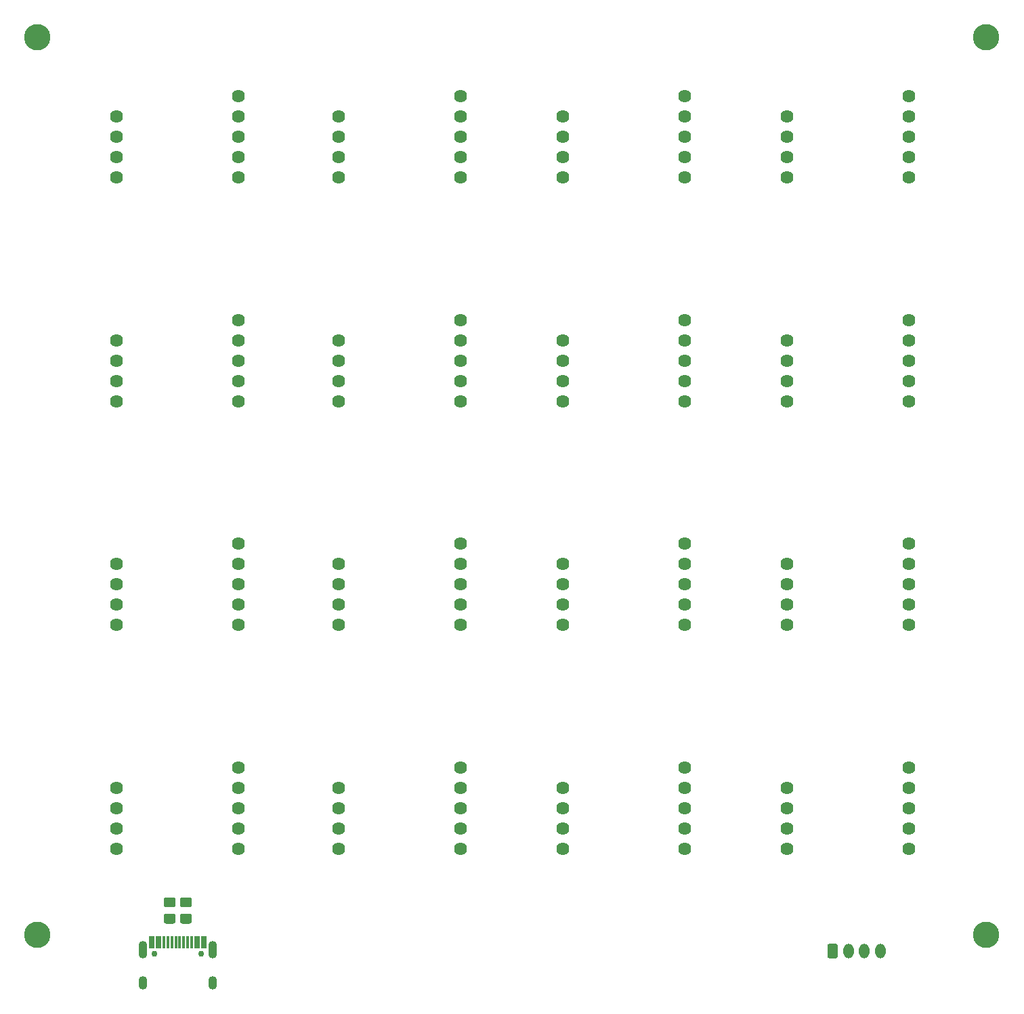
<source format=gbr>
%TF.GenerationSoftware,KiCad,Pcbnew,(5.1.6-0-10_14)*%
%TF.CreationDate,2020-09-05T22:35:40+02:00*%
%TF.ProjectId,m5matrix,6d356d61-7472-4697-982e-6b696361645f,rev?*%
%TF.SameCoordinates,Original*%
%TF.FileFunction,Soldermask,Top*%
%TF.FilePolarity,Negative*%
%FSLAX46Y46*%
G04 Gerber Fmt 4.6, Leading zero omitted, Abs format (unit mm)*
G04 Created by KiCad (PCBNEW (5.1.6-0-10_14)) date 2020-09-05 22:35:40*
%MOMM*%
%LPD*%
G01*
G04 APERTURE LIST*
%ADD10C,3.300000*%
%ADD11O,1.300000X1.850000*%
%ADD12C,1.624000*%
%ADD13R,0.700000X1.550000*%
%ADD14R,0.400000X1.550000*%
%ADD15O,1.100000X2.200000*%
%ADD16C,0.750000*%
%ADD17O,1.100000X1.700000*%
G04 APERTURE END LIST*
D10*
%TO.C,H4*%
X70866000Y-153162000D03*
%TD*%
%TO.C,H3*%
X189484000Y-40894000D03*
%TD*%
%TO.C,H2*%
X189484000Y-153162000D03*
%TD*%
%TO.C,H1*%
X70866000Y-40894000D03*
%TD*%
D11*
%TO.C,J2*%
X176244000Y-155194000D03*
X174244000Y-155194000D03*
X172244000Y-155194000D03*
G36*
G01*
X169594000Y-155848168D02*
X169594000Y-154539832D01*
G75*
G02*
X169864832Y-154269000I270832J0D01*
G01*
X170623168Y-154269000D01*
G75*
G02*
X170894000Y-154539832I0J-270832D01*
G01*
X170894000Y-155848168D01*
G75*
G02*
X170623168Y-156119000I-270832J0D01*
G01*
X169864832Y-156119000D01*
G75*
G02*
X169594000Y-155848168I0J270832D01*
G01*
G37*
%TD*%
D12*
%TO.C,U16*%
X164592000Y-134772400D03*
X164592000Y-137312400D03*
X164592000Y-139852400D03*
X164592000Y-142392400D03*
X179832000Y-142392400D03*
X179832000Y-139852400D03*
X179832000Y-137312400D03*
X179832000Y-134772400D03*
X179832000Y-132232400D03*
%TD*%
%TO.C,U15*%
X108542666Y-134772400D03*
X108542666Y-137312400D03*
X108542666Y-139852400D03*
X108542666Y-142392400D03*
X123782666Y-142392400D03*
X123782666Y-139852400D03*
X123782666Y-137312400D03*
X123782666Y-134772400D03*
X123782666Y-132232400D03*
%TD*%
%TO.C,U14*%
X136567332Y-134772400D03*
X136567332Y-137312400D03*
X136567332Y-139852400D03*
X136567332Y-142392400D03*
X151807332Y-142392400D03*
X151807332Y-139852400D03*
X151807332Y-137312400D03*
X151807332Y-134772400D03*
X151807332Y-132232400D03*
%TD*%
%TO.C,U13*%
X164592000Y-106781600D03*
X164592000Y-109321600D03*
X164592000Y-111861600D03*
X164592000Y-114401600D03*
X179832000Y-114401600D03*
X179832000Y-111861600D03*
X179832000Y-109321600D03*
X179832000Y-106781600D03*
X179832000Y-104241600D03*
%TD*%
%TO.C,U12*%
X80710526Y-134772400D03*
X80710526Y-137312400D03*
X80710526Y-139852400D03*
X80710526Y-142392400D03*
X95950526Y-142392400D03*
X95950526Y-139852400D03*
X95950526Y-137312400D03*
X95950526Y-134772400D03*
X95950526Y-132232400D03*
%TD*%
%TO.C,U11*%
X164592000Y-78790800D03*
X164592000Y-81330800D03*
X164592000Y-83870800D03*
X164592000Y-86410800D03*
X179832000Y-86410800D03*
X179832000Y-83870800D03*
X179832000Y-81330800D03*
X179832000Y-78790800D03*
X179832000Y-76250800D03*
%TD*%
%TO.C,U10*%
X136567332Y-106781600D03*
X136567332Y-109321600D03*
X136567332Y-111861600D03*
X136567332Y-114401600D03*
X151807332Y-114401600D03*
X151807332Y-111861600D03*
X151807332Y-109321600D03*
X151807332Y-106781600D03*
X151807332Y-104241600D03*
%TD*%
%TO.C,U9*%
X164592000Y-50800000D03*
X164592000Y-53340000D03*
X164592000Y-55880000D03*
X164592000Y-58420000D03*
X179832000Y-58420000D03*
X179832000Y-55880000D03*
X179832000Y-53340000D03*
X179832000Y-50800000D03*
X179832000Y-48260000D03*
%TD*%
%TO.C,U8*%
X136567332Y-78790800D03*
X136567332Y-81330800D03*
X136567332Y-83870800D03*
X136567332Y-86410800D03*
X151807332Y-86410800D03*
X151807332Y-83870800D03*
X151807332Y-81330800D03*
X151807332Y-78790800D03*
X151807332Y-76250800D03*
%TD*%
%TO.C,U7*%
X108542666Y-106781600D03*
X108542666Y-109321600D03*
X108542666Y-111861600D03*
X108542666Y-114401600D03*
X123782666Y-114401600D03*
X123782666Y-111861600D03*
X123782666Y-109321600D03*
X123782666Y-106781600D03*
X123782666Y-104241600D03*
%TD*%
%TO.C,U6*%
X136567332Y-50800000D03*
X136567332Y-53340000D03*
X136567332Y-55880000D03*
X136567332Y-58420000D03*
X151807332Y-58420000D03*
X151807332Y-55880000D03*
X151807332Y-53340000D03*
X151807332Y-50800000D03*
X151807332Y-48260000D03*
%TD*%
%TO.C,U5*%
X108542666Y-78790800D03*
X108542666Y-81330800D03*
X108542666Y-83870800D03*
X108542666Y-86410800D03*
X123782666Y-86410800D03*
X123782666Y-83870800D03*
X123782666Y-81330800D03*
X123782666Y-78790800D03*
X123782666Y-76250800D03*
%TD*%
%TO.C,U4*%
X80710526Y-106781600D03*
X80710526Y-109321600D03*
X80710526Y-111861600D03*
X80710526Y-114401600D03*
X95950526Y-114401600D03*
X95950526Y-111861600D03*
X95950526Y-109321600D03*
X95950526Y-106781600D03*
X95950526Y-104241600D03*
%TD*%
%TO.C,U3*%
X108542666Y-50800000D03*
X108542666Y-53340000D03*
X108542666Y-55880000D03*
X108542666Y-58420000D03*
X123782666Y-58420000D03*
X123782666Y-55880000D03*
X123782666Y-53340000D03*
X123782666Y-50800000D03*
X123782666Y-48260000D03*
%TD*%
%TO.C,U2*%
X80710526Y-78790800D03*
X80710526Y-81330800D03*
X80710526Y-83870800D03*
X80710526Y-86410800D03*
X95950526Y-86410800D03*
X95950526Y-83870800D03*
X95950526Y-81330800D03*
X95950526Y-78790800D03*
X95950526Y-76250800D03*
%TD*%
%TO.C,U1*%
X80710526Y-50800000D03*
X80710526Y-53340000D03*
X80710526Y-55880000D03*
X80710526Y-58420000D03*
X95950526Y-58420000D03*
X95950526Y-55880000D03*
X95950526Y-53340000D03*
X95950526Y-50800000D03*
X95950526Y-48260000D03*
%TD*%
%TO.C,R2*%
G36*
G01*
X88929738Y-150514000D02*
X89886262Y-150514000D01*
G75*
G02*
X90158000Y-150785738I0J-271738D01*
G01*
X90158000Y-151492262D01*
G75*
G02*
X89886262Y-151764000I-271738J0D01*
G01*
X88929738Y-151764000D01*
G75*
G02*
X88658000Y-151492262I0J271738D01*
G01*
X88658000Y-150785738D01*
G75*
G02*
X88929738Y-150514000I271738J0D01*
G01*
G37*
G36*
G01*
X88929738Y-148464000D02*
X89886262Y-148464000D01*
G75*
G02*
X90158000Y-148735738I0J-271738D01*
G01*
X90158000Y-149442262D01*
G75*
G02*
X89886262Y-149714000I-271738J0D01*
G01*
X88929738Y-149714000D01*
G75*
G02*
X88658000Y-149442262I0J271738D01*
G01*
X88658000Y-148735738D01*
G75*
G02*
X88929738Y-148464000I271738J0D01*
G01*
G37*
%TD*%
%TO.C,R1*%
G36*
G01*
X86897738Y-150514000D02*
X87854262Y-150514000D01*
G75*
G02*
X88126000Y-150785738I0J-271738D01*
G01*
X88126000Y-151492262D01*
G75*
G02*
X87854262Y-151764000I-271738J0D01*
G01*
X86897738Y-151764000D01*
G75*
G02*
X86626000Y-151492262I0J271738D01*
G01*
X86626000Y-150785738D01*
G75*
G02*
X86897738Y-150514000I271738J0D01*
G01*
G37*
G36*
G01*
X86897738Y-148464000D02*
X87854262Y-148464000D01*
G75*
G02*
X88126000Y-148735738I0J-271738D01*
G01*
X88126000Y-149442262D01*
G75*
G02*
X87854262Y-149714000I-271738J0D01*
G01*
X86897738Y-149714000D01*
G75*
G02*
X86626000Y-149442262I0J271738D01*
G01*
X86626000Y-148735738D01*
G75*
G02*
X86897738Y-148464000I271738J0D01*
G01*
G37*
%TD*%
D13*
%TO.C,J1*%
X91642000Y-154095400D03*
X90842000Y-154095400D03*
X85942000Y-154095400D03*
X85142000Y-154095400D03*
X85142000Y-154095400D03*
X85942000Y-154095400D03*
X90842000Y-154095400D03*
X91642000Y-154095400D03*
D14*
X86642000Y-154095400D03*
X87142000Y-154095400D03*
X87642000Y-154095400D03*
X88642000Y-154095400D03*
X89142000Y-154095400D03*
X89642000Y-154095400D03*
X90142000Y-154095400D03*
X88142000Y-154095400D03*
D15*
X92712000Y-155010400D03*
X84072000Y-155010400D03*
D16*
X85502000Y-155540400D03*
D17*
X84072000Y-159190400D03*
D16*
X91282000Y-155540400D03*
D17*
X92712000Y-159190400D03*
%TD*%
M02*

</source>
